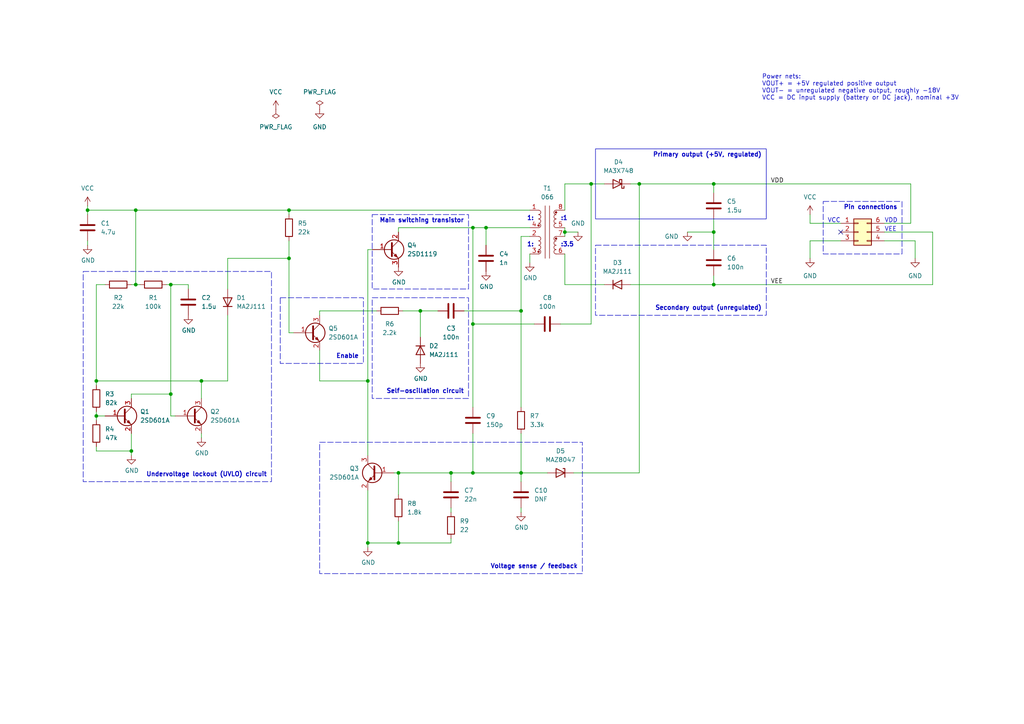
<source format=kicad_sch>
(kicad_sch (version 20230121) (generator eeschema)
  (paper "A4")
  (title_block (title "LSEP01088A1") (date "2022-05-30") (rev "A") (company "https://gekkio.fi") (comment 1 "https://github.com/gekkio/gb-schematics"))
  (lib_symbols
    (symbol "Connector_Generic:Conn_02x03_Counter_Clockwise" (pin_names (offset 1.016) hide)
      (property "Reference" "J" (at 1.27 5.08 0))
      (property "Value" "Conn_02x03_Counter_Clockwise" (at 1.27 -5.08 0))
      (symbol "Conn_02x03_Counter_Clockwise_1_1"
        (rectangle (start -1.27 -2.413) (end 0 -2.667) (stroke (width 0.1524)))
        (rectangle (start -1.27 0.127) (end 0 -0.127) (stroke (width 0.1524)))
        (rectangle (start -1.27 2.667) (end 0 2.413) (stroke (width 0.1524)))
        (rectangle (start -1.27 3.81) (end 3.81 -3.81) (stroke (width 0.254)) (fill (type background)))
        (rectangle (start 3.81 -2.413) (end 2.54 -2.667) (stroke (width 0.1524)))
        (rectangle (start 3.81 0.127) (end 2.54 -0.127) (stroke (width 0.1524)))
        (rectangle (start 3.81 2.667) (end 2.54 2.413) (stroke (width 0.1524)))
        (pin passive line (at -5.08 2.54 0) (length 3.81) (name "Pin_1") (number "1"))
        (pin passive line (at -5.08 0 0) (length 3.81) (name "Pin_2") (number "2"))
        (pin passive line (at -5.08 -2.54 0) (length 3.81) (name "Pin_3") (number "3"))
        (pin passive line (at 7.62 -2.54 180) (length 3.81) (name "Pin_4") (number "4"))
        (pin passive line (at 7.62 0 180) (length 3.81) (name "Pin_5") (number "5"))
        (pin passive line (at 7.62 2.54 180) (length 3.81) (name "Pin_6") (number "6"))
      )
    )
    (symbol "Device:C" (pin_numbers hide) (pin_names (offset 0.254))
      (property "Reference" "C" (at 0.635 2.54 0))
      (property "Value" "C" (at 0.635 -2.54 0))
      (symbol "C_0_1"
        (polyline (pts (xy -2.032 -0.762) (xy 2.032 -0.762)) (stroke (width 0.508)))
        (polyline (pts (xy -2.032 0.762) (xy 2.032 0.762)) (stroke (width 0.508)))
      )
      (symbol "C_1_1"
        (pin passive line (at 0 3.81 270) (length 2.794) (name "~") (number "1"))
        (pin passive line (at 0 -3.81 90) (length 2.794) (name "~") (number "2"))
      )
    )
    (symbol "Device:D" (pin_numbers hide) (pin_names (offset 1.016) hide)
      (property "Reference" "D" (at 0 2.54 0))
      (property "Value" "D" (at 0 -2.54 0))
      (symbol "D_0_1"
        (polyline (pts (xy -1.27 1.27) (xy -1.27 -1.27)) (stroke (width 0.254)))
        (polyline (pts (xy 1.27 0) (xy -1.27 0)))
        (polyline (pts (xy 1.27 1.27) (xy 1.27 -1.27) (xy -1.27 0) (xy 1.27 1.27)) (stroke (width 0.254)))
      )
      (symbol "D_1_1"
        (pin passive line (at -3.81 0 0) (length 2.54) (name "K") (number "1"))
        (pin passive line (at 3.81 0 180) (length 2.54) (name "A") (number "2"))
      )
    )
    (symbol "Device:D_Zener" (pin_numbers hide) (pin_names (offset 1.016) hide)
      (property "Reference" "D" (at 0 2.54 0))
      (property "Value" "D_Zener" (at 0 -2.54 0))
      (symbol "D_Zener_0_1"
        (polyline (pts (xy 1.27 0) (xy -1.27 0)))
        (polyline (pts (xy -1.27 -1.27) (xy -1.27 1.27) (xy -0.762 1.27)) (stroke (width 0.254)))
        (polyline (pts (xy 1.27 -1.27) (xy 1.27 1.27) (xy -1.27 0) (xy 1.27 -1.27)) (stroke (width 0.254)))
      )
      (symbol "D_Zener_1_1"
        (pin passive line (at -3.81 0 0) (length 2.54) (name "K") (number "1"))
        (pin passive line (at 3.81 0 180) (length 2.54) (name "A") (number "2"))
      )
    )
    (symbol "Device:Q_NPN_BCE" (pin_names (offset 0) hide)
      (property "Reference" "Q" (at 5.08 1.27 0))
      (property "Value" "Q_NPN_BCE" (at 5.08 -1.27 0))
      (symbol "Q_NPN_BCE_0_1"
        (polyline (pts (xy 0.635 0.635) (xy 2.54 2.54)))
        (polyline (pts (xy 0.635 -0.635) (xy 2.54 -2.54) (xy 2.54 -2.54)))
        (polyline (pts (xy 0.635 1.905) (xy 0.635 -1.905) (xy 0.635 -1.905)) (stroke (width 0.508)))
        (polyline (pts (xy 1.27 -1.778) (xy 1.778 -1.27) (xy 2.286 -2.286) (xy 1.27 -1.778) (xy 1.27 -1.778)) (fill (type outline)))
        (circle (center 1.27 0) (radius 2.8194) (stroke (width 0.254)))
      )
      (symbol "Q_NPN_BCE_1_1"
        (pin input line (at -5.08 0 0) (length 5.715) (name "B") (number "1"))
        (pin passive line (at 2.54 5.08 270) (length 2.54) (name "C") (number "2"))
        (pin passive line (at 2.54 -5.08 90) (length 2.54) (name "E") (number "3"))
      )
    )
    (symbol "Device:Q_NPN_BEC" (pin_names (offset 0) hide)
      (property "Reference" "Q" (at 5.08 1.27 0))
      (property "Value" "Q_NPN_BEC" (at 5.08 -1.27 0))
      (symbol "Q_NPN_BEC_0_1"
        (polyline (pts (xy 0.635 0.635) (xy 2.54 2.54)))
        (polyline (pts (xy 0.635 -0.635) (xy 2.54 -2.54) (xy 2.54 -2.54)))
        (polyline (pts (xy 0.635 1.905) (xy 0.635 -1.905) (xy 0.635 -1.905)) (stroke (width 0.508)))
        (polyline (pts (xy 1.27 -1.778) (xy 1.778 -1.27) (xy 2.286 -2.286) (xy 1.27 -1.778) (xy 1.27 -1.778)) (fill (type outline)))
        (circle (center 1.27 0) (radius 2.8194) (stroke (width 0.254)))
      )
      (symbol "Q_NPN_BEC_1_1"
        (pin input line (at -5.08 0 0) (length 5.715) (name "B") (number "1"))
        (pin passive line (at 2.54 -5.08 90) (length 2.54) (name "E") (number "2"))
        (pin passive line (at 2.54 5.08 270) (length 2.54) (name "C") (number "3"))
      )
    )
    (symbol "Device:R" (pin_numbers hide) (pin_names (offset 0))
      (property "Reference" "R" (at 2.032 0 90))
      (property "Value" "R" (at 0 0 90))
      (symbol "R_0_1"
        (rectangle (start -1.016 -2.54) (end 1.016 2.54) (stroke (width 0.254)))
      )
      (symbol "R_1_1"
        (pin passive line (at 0 3.81 270) (length 1.27) (name "~") (number "1"))
        (pin passive line (at 0 -3.81 90) (length 1.27) (name "~") (number "2"))
      )
    )
    (symbol "Gekkio_Diode:MA3X748" (pin_numbers hide) (pin_names (offset 1.016) hide)
      (property "Reference" "D" (at 0 2.54 0))
      (property "Value" "MA3X748" (at 0 -2.54 0))
      (symbol "MA3X748_0_1"
        (polyline (pts (xy 1.27 0) (xy -1.27 0)))
        (polyline (pts (xy 1.27 1.27) (xy 1.27 -1.27) (xy -1.27 0) (xy 1.27 1.27)) (stroke (width 0.254)))
        (polyline (pts (xy -1.905 0.635) (xy -1.905 1.27) (xy -1.27 1.27) (xy -1.27 -1.27) (xy -0.635 -1.27) (xy -0.635 -0.635)) (stroke (width 0.254)))
      )
      (symbol "MA3X748_1_1"
        (pin passive line (at 3.81 0 180) (length 2.54) (name "A") (number "1"))
        (pin no_connect line (at 3.81 2.54 180) (length 2.54) hide (name "NC") (number "2"))
        (pin passive line (at -3.81 0 0) (length 2.54) (name "K") (number "3"))
      )
    )
    (symbol "Gekkio_Transformer:GameBoy_Transformer_066"
      (property "Reference" "T" (at 0 8.89 0))
      (property "Value" "GameBoy_Transformer_066" (at 0 -8.89 0))
      (symbol "GameBoy_Transformer_066_0_1"
        (arc (start -2.54 -6.35) (mid -1.9077 -5.715) (end -2.54 -5.08))
        (circle (center -2.54 -5.715) (radius 0.254) (fill (type outline)))
        (arc (start -2.54 -5.08) (mid -1.9077 -4.445) (end -2.54 -3.81))
        (arc (start -2.54 -3.81) (mid -1.9077 -3.175) (end -2.54 -2.54))
        (arc (start -2.54 -2.54) (mid -1.9077 -1.905) (end -2.54 -1.27))
        (arc (start -2.54 1.27) (mid -1.9077 1.905) (end -2.54 2.54))
        (circle (center -2.54 1.905) (radius 0.254) (fill (type outline)))
        (arc (start -2.54 2.54) (mid -1.9077 3.175) (end -2.54 3.81))
        (arc (start -2.54 3.81) (mid -1.9077 4.445) (end -2.54 5.08))
        (arc (start -2.54 5.08) (mid -1.9077 5.715) (end -2.54 6.35))
        (polyline (pts (xy -0.635 7.62) (xy -0.635 -7.62)))
        (polyline (pts (xy 0.635 -7.62) (xy 0.635 7.62)))
        (arc (start 2.54 -5.08) (mid 1.9077 -5.715) (end 2.54 -6.35))
        (arc (start 2.54 -3.81) (mid 1.9077 -4.445) (end 2.54 -5.08))
        (arc (start 2.54 -2.54) (mid 1.9077 -3.175) (end 2.54 -3.81))
        (circle (center 2.54 -1.905) (radius 0.254) (fill (type outline)))
        (arc (start 2.54 -1.27) (mid 1.9077 -1.905) (end 2.54 -2.54))
        (arc (start 2.54 2.54) (mid 1.9077 1.905) (end 2.54 1.27))
        (arc (start 2.54 3.81) (mid 1.9077 3.175) (end 2.54 2.54))
        (arc (start 2.54 5.08) (mid 1.9077 4.445) (end 2.54 3.81))
        (circle (center 2.54 5.715) (radius 0.254) (fill (type outline)))
        (arc (start 2.54 6.35) (mid 1.9077 5.715) (end 2.54 5.08))
      )
      (symbol "GameBoy_Transformer_066_1_1"
        (pin passive line (at -5.08 6.35 0) (length 2.54) (name "~") (number "1"))
        (pin passive line (at -5.08 -1.27 0) (length 2.54) (name "~") (number "2"))
        (pin passive line (at -5.08 -6.35 0) (length 2.54) (name "~") (number "3"))
        (pin passive line (at -5.08 1.27 0) (length 2.54) (name "~") (number "4"))
        (pin passive line (at 5.08 1.27 180) (length 2.54) (name "~") (number "5"))
        (pin passive line (at 5.08 -6.35 180) (length 2.54) (name "~") (number "6"))
        (pin passive line (at 5.08 -1.27 180) (length 2.54) (name "~") (number "7"))
        (pin passive line (at 5.08 6.35 180) (length 2.54) (name "~") (number "8"))
      )
    )
    (symbol "power:GND" (power) (pin_names (offset 0))
      (property "Value" "GND" (at 0 -3.81 0))
      (symbol "GND_0_1"
        (polyline (pts (xy 0 0) (xy 0 -1.27) (xy 1.27 -1.27) (xy 0 -2.54) (xy -1.27 -1.27) (xy 0 -1.27)))
      )
      (symbol "GND_1_1"
        (pin power_in line (at 0 0 270) (length 0) hide (name "GND") (number "1"))
      )
    )
    (symbol "power:PWR_FLAG" (power) (pin_numbers hide) (pin_names (offset 0) hide)
      (property "Value" "PWR_FLAG" (at 0 3.81 0))
      (symbol "PWR_FLAG_0_0"
        (pin power_out line (at 0 0 90) (length 0) (name "pwr") (number "1"))
      )
      (symbol "PWR_FLAG_0_1"
        (polyline (pts (xy 0 0) (xy 0 1.27) (xy -1.016 1.905) (xy 0 2.54) (xy 1.016 1.905) (xy 0 1.27)))
      )
    )
    (symbol "power:VCC" (power) (pin_names (offset 0))
      (property "Value" "VCC" (at 0 3.81 0))
      (symbol "VCC_0_1"
        (polyline (pts (xy -0.762 1.27) (xy 0 2.54)))
        (polyline (pts (xy 0 0) (xy 0 2.54)))
        (polyline (pts (xy 0 2.54) (xy 0.762 1.27)))
      )
      (symbol "VCC_1_1"
        (pin power_in line (at 0 0 90) (length 0) hide (name "VCC") (number "1"))
      )
    )
  )
  (junction (at 207.01 82.55))
  (junction (at 185.42 53.34))
  (junction (at 49.53 82.55))
  (junction (at 27.94 120.65))
  (junction (at 207.01 53.34))
  (junction (at 137.16 66.04))
  (junction (at 83.82 60.96))
  (junction (at 106.68 157.48))
  (junction (at 39.37 60.96))
  (junction (at 137.16 93.98))
  (junction (at 83.82 74.93))
  (junction (at 151.13 137.16))
  (junction (at 38.1 130.81))
  (junction (at 27.94 110.49))
  (junction (at 106.68 110.49))
  (junction (at 25.4 60.96))
  (junction (at 121.92 90.17))
  (junction (at 171.45 53.34))
  (junction (at 130.81 137.16))
  (junction (at 58.42 110.49))
  (junction (at 207.01 67.31))
  (junction (at 115.57 137.16))
  (junction (at 115.57 157.48))
  (junction (at 163.83 67.31))
  (junction (at 140.97 66.04))
  (junction (at 39.37 82.55))
  (junction (at 137.16 137.16))
  (junction (at 151.13 90.17))
  (junction (at 49.53 114.3))
  (no_connect (at 243.84 67.31))
  (wire (pts (xy 25.4 60.96) (xy 39.37 60.96)))
  (wire (pts (xy 185.42 53.34) (xy 207.01 53.34)))
  (wire (pts (xy 207.01 53.34) (xy 264.16 53.34)))
  (wire (pts (xy 83.82 74.93) (xy 83.82 96.52)))
  (wire (pts (xy 27.94 130.81) (xy 38.1 130.81)))
  (wire (pts (xy 130.81 137.16) (xy 130.81 139.7)))
  (wire (pts (xy 151.13 68.58) (xy 151.13 90.17)))
  (wire (pts (xy 270.51 67.31) (xy 270.51 82.55)))
  (wire (pts (xy 115.57 151.13) (xy 115.57 157.48)))
  (wire (pts (xy 106.68 157.48) (xy 106.68 158.75)))
  (wire (pts (xy 151.13 147.32) (xy 151.13 148.59)))
  (wire (pts (xy 207.01 67.31) (xy 199.39 67.31)))
  (wire (pts (xy 207.01 67.31) (xy 207.01 72.39)))
  (wire (pts (xy 163.83 53.34) (xy 171.45 53.34)))
  (wire (pts (xy 106.68 110.49) (xy 106.68 132.08)))
  (wire (pts (xy 49.53 114.3) (xy 38.1 114.3)))
  (wire (pts (xy 134.62 90.17) (xy 151.13 90.17)))
  (wire (pts (xy 38.1 82.55) (xy 39.37 82.55)))
  (wire (pts (xy 207.01 53.34) (xy 207.01 55.88)))
  (wire (pts (xy 171.45 53.34) (xy 175.26 53.34)))
  (wire (pts (xy 39.37 60.96) (xy 39.37 82.55)))
  (wire (pts (xy 182.88 53.34) (xy 185.42 53.34)))
  (wire (pts (xy 140.97 66.04) (xy 140.97 71.12)))
  (wire (pts (xy 27.94 110.49) (xy 27.94 111.76)))
  (wire (pts (xy 130.81 147.32) (xy 130.81 148.59)))
  (wire (pts (xy 163.83 73.66) (xy 163.83 82.55)))
  (wire (pts (xy 137.16 93.98) (xy 154.94 93.98)))
  (wire (pts (xy 243.84 64.77) (xy 234.95 64.77)))
  (wire (pts (xy 207.01 82.55) (xy 270.51 82.55)))
  (wire (pts (xy 207.01 63.5) (xy 207.01 67.31)))
  (wire (pts (xy 27.94 119.38) (xy 27.94 120.65)))
  (wire (pts (xy 27.94 121.92) (xy 27.94 120.65)))
  (wire (pts (xy 151.13 137.16) (xy 151.13 139.7)))
  (wire (pts (xy 92.71 101.6) (xy 92.71 110.49)))
  (wire (pts (xy 163.83 67.31) (xy 163.83 68.58)))
  (wire (pts (xy 66.04 110.49) (xy 66.04 91.44)))
  (wire (pts (xy 58.42 115.57) (xy 58.42 110.49)))
  (wire (pts (xy 137.16 137.16) (xy 151.13 137.16)))
  (wire (pts (xy 115.57 66.04) (xy 115.57 67.31)))
  (wire (pts (xy 115.57 143.51) (xy 115.57 137.16)))
  (wire (pts (xy 92.71 90.17) (xy 92.71 91.44)))
  (wire (pts (xy 137.16 137.16) (xy 130.81 137.16)))
  (wire (pts (xy 49.53 114.3) (xy 49.53 120.65)))
  (wire (pts (xy 54.61 82.55) (xy 54.61 83.82)))
  (wire (pts (xy 39.37 60.96) (xy 83.82 60.96)))
  (wire (pts (xy 106.68 72.39) (xy 106.68 110.49)))
  (wire (pts (xy 163.83 60.96) (xy 163.83 53.34)))
  (wire (pts (xy 58.42 125.73) (xy 58.42 127)))
  (wire (pts (xy 243.84 69.85) (xy 234.95 69.85)))
  (wire (pts (xy 121.92 90.17) (xy 121.92 97.79)))
  (wire (pts (xy 92.71 110.49) (xy 106.68 110.49)))
  (wire (pts (xy 58.42 110.49) (xy 27.94 110.49)))
  (wire (pts (xy 38.1 130.81) (xy 38.1 132.08)))
  (wire (pts (xy 27.94 120.65) (xy 30.48 120.65)))
  (wire (pts (xy 115.57 66.04) (xy 137.16 66.04)))
  (wire (pts (xy 27.94 82.55) (xy 27.94 110.49)))
  (wire (pts (xy 151.13 137.16) (xy 158.75 137.16)))
  (wire (pts (xy 25.4 69.85) (xy 25.4 71.12)))
  (wire (pts (xy 66.04 74.93) (xy 83.82 74.93)))
  (wire (pts (xy 137.16 93.98) (xy 137.16 118.11)))
  (wire (pts (xy 270.51 67.31) (xy 256.54 67.31)))
  (wire (pts (xy 106.68 157.48) (xy 115.57 157.48)))
  (wire (pts (xy 49.53 82.55) (xy 54.61 82.55)))
  (wire (pts (xy 163.83 67.31) (xy 167.64 67.31)))
  (wire (pts (xy 25.4 60.96) (xy 25.4 62.23)))
  (wire (pts (xy 115.57 157.48) (xy 130.81 157.48)))
  (wire (pts (xy 207.01 82.55) (xy 207.01 80.01)))
  (wire (pts (xy 256.54 64.77) (xy 264.16 64.77)))
  (wire (pts (xy 38.1 125.73) (xy 38.1 130.81)))
  (wire (pts (xy 107.95 72.39) (xy 106.68 72.39)))
  (wire (pts (xy 163.83 66.04) (xy 163.83 67.31)))
  (wire (pts (xy 83.82 96.52) (xy 85.09 96.52)))
  (wire (pts (xy 256.54 69.85) (xy 265.43 69.85)))
  (wire (pts (xy 185.42 53.34) (xy 185.42 137.16)))
  (wire (pts (xy 234.95 69.85) (xy 234.95 74.93)))
  (wire (pts (xy 116.84 90.17) (xy 121.92 90.17)))
  (wire (pts (xy 151.13 125.73) (xy 151.13 137.16)))
  (wire (pts (xy 234.95 64.77) (xy 234.95 62.23)))
  (wire (pts (xy 83.82 60.96) (xy 83.82 62.23)))
  (wire (pts (xy 171.45 93.98) (xy 162.56 93.98)))
  (wire (pts (xy 115.57 137.16) (xy 130.81 137.16)))
  (wire (pts (xy 83.82 60.96) (xy 153.67 60.96)))
  (wire (pts (xy 48.26 82.55) (xy 49.53 82.55)))
  (wire (pts (xy 166.37 137.16) (xy 185.42 137.16)))
  (wire (pts (xy 49.53 82.55) (xy 49.53 114.3)))
  (wire (pts (xy 114.3 137.16) (xy 115.57 137.16)))
  (wire (pts (xy 66.04 83.82) (xy 66.04 74.93)))
  (wire (pts (xy 27.94 82.55) (xy 30.48 82.55)))
  (wire (pts (xy 121.92 90.17) (xy 127 90.17)))
  (wire (pts (xy 137.16 66.04) (xy 140.97 66.04)))
  (wire (pts (xy 265.43 69.85) (xy 265.43 74.93)))
  (wire (pts (xy 25.4 59.69) (xy 25.4 60.96)))
  (wire (pts (xy 137.16 125.73) (xy 137.16 137.16)))
  (wire (pts (xy 39.37 82.55) (xy 40.64 82.55)))
  (wire (pts (xy 151.13 68.58) (xy 153.67 68.58)))
  (wire (pts (xy 106.68 142.24) (xy 106.68 157.48)))
  (wire (pts (xy 49.53 120.65) (xy 50.8 120.65)))
  (wire (pts (xy 140.97 66.04) (xy 153.67 66.04)))
  (wire (pts (xy 151.13 90.17) (xy 151.13 118.11)))
  (wire (pts (xy 27.94 130.81) (xy 27.94 129.54)))
  (wire (pts (xy 182.88 82.55) (xy 207.01 82.55)))
  (wire (pts (xy 163.83 82.55) (xy 175.26 82.55)))
  (wire (pts (xy 264.16 64.77) (xy 264.16 53.34)))
  (wire (pts (xy 137.16 66.04) (xy 137.16 93.98)))
  (wire (pts (xy 130.81 156.21) (xy 130.81 157.48)))
  (wire (pts (xy 83.82 69.85) (xy 83.82 74.93)))
  (wire (pts (xy 38.1 114.3) (xy 38.1 115.57)))
  (wire (pts (xy 171.45 53.34) (xy 171.45 93.98)))
  (wire (pts (xy 153.67 73.66) (xy 153.67 76.2)))
  (wire (pts (xy 92.71 90.17) (xy 109.22 90.17)))
  (wire (pts (xy 58.42 110.49) (xy 66.04 110.49)))
  (rectangle (start 92.71 128.27) (end 168.91 166.37) (stroke (width 0) (type dash)))
  (rectangle (start 107.95 86.36) (end 135.89 115.57) (stroke (width 0) (type dash)))
  (rectangle (start 107.95 62.23) (end 135.89 83.82) (stroke (width 0) (type dash)))
  (rectangle (start 238.76 58.42) (end 261.62 73.66) (stroke (width 0) (type dash)))
  (rectangle (start 24.13 78.74) (end 78.74 139.7) (stroke (width 0) (type dash)))
  (rectangle (start 172.72 43.18) (end 222.25 63.5))
  (rectangle (start 81.28 86.36) (end 105.41 105.41) (stroke (width 0) (type dash)))
  (rectangle (start 172.72 71.12) (end 222.25 91.44) (stroke (width 0) (type dash)))
  (text ":3.5" (at 162.56 71.755 0) (effects (font (size 1.27 1.27) (thickness 0.254) bold) (justify left bottom)))
  (text "1:" (at 154.94 64.135 0) (effects (font (size 1.27 1.27) (thickness 0.254) bold) (justify right bottom)))
  (text ":1" (at 162.56 64.135 0) (effects (font (size 1.27 1.27) (thickness 0.254) bold) (justify left bottom)))
  (text "1:" (at 154.94 71.755 0) (effects (font (size 1.27 1.27) (thickness 0.254) bold) (justify right bottom)))
  (text "Pin connections" (at 260.35 60.96 0) (effects (font (size 1.27 1.27) (thickness 0.254) bold) (justify right bottom)))
  (text "Self-oscillation circuit" (at 134.62 114.3 0) (effects (font (size 1.27 1.27) (thickness 0.254) bold) (justify right bottom)))
  (text "VEE" (at 256.54 67.31 0) (effects (font (size 1.27 1.27)) (justify left bottom)))
  (text "Power nets:\nVOUT+ = +5V regulated positive output\nVOUT- = unregulated negative output, roughly -18V\nVCC = DC input supply (battery or DC jack), nominal +3V" (at 220.98 29.21 0) (effects (font (size 1.27 1.27)) (justify left bottom)))
  (text "Enable" (at 104.14 104.14 0) (effects (font (size 1.27 1.27) (thickness 0.254) bold) (justify right bottom)))
  (text "Main switching transistor" (at 134.62 64.77 0) (effects (font (size 1.27 1.27) (thickness 0.254) bold) (justify right bottom)))
  (text "Undervoltage lockout (UVLO) circuit" (at 77.47 138.43 0) (effects (font (size 1.27 1.27) (thickness 0.254) bold) (justify right bottom)))
  (text "Secondary output (unregulated)\n" (at 220.98 90.17 0) (effects (font (size 1.27 1.27) (thickness 0.254) bold) (justify right bottom)))
  (text "Voltage sense / feedback" (at 167.64 165.1 0) (effects (font (size 1.27 1.27) bold) (justify right bottom)))
  (text "Primary output (+5V, regulated)" (at 220.98 45.72 0) (effects (font (size 1.27 1.27) (thickness 0.254) bold) (justify right bottom)))
  (text "VDD" (at 256.54 64.77 0) (effects (font (size 1.27 1.27)) (justify left bottom)))
  (text "VCC" (at 243.84 64.77 0) (effects (font (size 1.27 1.27)) (justify right bottom)))
  (label "VDD" (at 223.52 53.34 0))
  (label "VEE" (at 223.52 82.55 0))
  (symbol (lib_id "power:VCC") (at 25.4 59.69 0) (unit 1)
    (property "Reference" "#PWR0101" (effects hide))
    (property "Value" "VCC" (at 25.4 54.61 0))
  )
  (symbol (lib_id "power:GND") (at 115.57 77.47 0) (unit 1)
    (property "Reference" "#PWR0102" (effects hide))
    (property "Value" "GND" (at 115.697 81.8642 0))
  )
  (symbol (lib_id "power:GND") (at 25.4 71.12 0) (unit 1)
    (property "Reference" "#PWR0104" (effects hide))
    (property "Value" "GND" (at 25.527 75.5142 0))
  )
  (symbol (lib_id "power:GND") (at 199.39 67.31 0) (unit 1)
    (property "Reference" "#PWR0106" (effects hide))
    (property "Value" "GND" (at 196.85 68.5799 0) (effects (justify right)))
  )
  (symbol (lib_id "power:GND") (at 106.68 158.75 0) (unit 1)
    (property "Reference" "#PWR0107" (effects hide))
    (property "Value" "GND" (at 106.807 163.1442 0))
  )
  (symbol (lib_id "power:VCC") (at 234.95 62.23 0) (unit 1)
    (property "Reference" "#PWR0108" (effects hide))
    (property "Value" "VCC" (at 234.95 57.15 0))
  )
  (symbol (lib_id "power:GND") (at 234.95 74.93 0) (unit 1)
    (property "Reference" "#PWR0109" (effects hide))
    (property "Value" "GND" (at 234.95 80.01 0))
  )
  (symbol (lib_id "power:PWR_FLAG") (at 80.01 31.75 180) (unit 1)
    (property "Reference" "#FLG0101" (effects hide))
    (property "Value" "PWR_FLAG" (at 80.01 36.83 0))
  )
  (symbol (lib_id "power:VCC") (at 80.01 31.75 0) (unit 1)
    (property "Reference" "#PWR0110" (effects hide))
    (property "Value" "VCC" (at 80.01 26.67 0))
  )
  (symbol (lib_id "power:PWR_FLAG") (at 92.71 31.75 0) (unit 1)
    (property "Reference" "#FLG0102" (effects hide))
    (property "Value" "PWR_FLAG" (at 92.71 26.67 0))
  )
  (symbol (lib_id "power:GND") (at 92.71 31.75 0) (unit 1)
    (property "Reference" "#PWR0111" (effects hide))
    (property "Value" "GND" (at 92.71 36.83 0))
  )
  (symbol (lib_id "Device:C") (at 140.97 74.93 0) (unit 1)
    (property "Reference" "C4" (at 144.78 73.6599 0) (effects (justify left)))
    (property "Value" "1n" (at 144.78 76.1999 0) (effects (justify left)))
  )
  (symbol (lib_id "Device:Q_NPN_BEC") (at 109.22 137.16 0) (mirror y) (unit 1)
    (property "Reference" "Q3" (at 104.14 135.8899 0) (effects (justify left)))
    (property "Value" "2SD601A" (at 104.14 138.4299 0) (effects (justify left)))
  )
  (symbol (lib_id "Device:D") (at 179.07 82.55 0) (unit 1)
    (property "Reference" "D3" (at 179.07 76.2 0))
    (property "Value" "MA2J111" (at 179.07 78.74 0))
    (property "Sim.Device" "D" (effects hide))
    (property "Sim.Pins" "1=K 2=A" (effects hide))
  )
  (symbol (lib_id "Device:C") (at 137.16 121.92 180) (unit 1)
    (property "Reference" "C9" (at 140.97 120.6499 0) (effects (justify right)))
    (property "Value" "150p" (at 140.97 123.1899 0) (effects (justify right)))
  )
  (symbol (lib_id "Device:C") (at 207.01 76.2 0) (unit 1)
    (property "Reference" "C6" (at 210.82 74.9299 0) (effects (justify left)))
    (property "Value" "100n" (at 210.82 77.4699 0) (effects (justify left)))
  )
  (symbol (lib_id "Device:R") (at 115.57 147.32 0) (unit 1)
    (property "Reference" "R8" (at 118.11 146.0499 0) (effects (justify left)))
    (property "Value" "1.8k" (at 118.11 148.5899 0) (effects (justify left)))
  )
  (symbol (lib_id "power:GND") (at 58.42 127 0) (unit 1)
    (property "Reference" "#PWR0115" (effects hide))
    (property "Value" "GND" (at 58.547 131.3942 0))
  )
  (symbol (lib_id "power:GND") (at 167.64 67.31 0) (unit 1)
    (property "Reference" "#PWR0116" (effects hide))
    (property "Value" "GND" (at 167.64 64.77 0))
  )
  (symbol (lib_id "Device:R") (at 27.94 125.73 0) (unit 1)
    (property "Reference" "R4" (at 30.48 124.4599 0) (effects (justify left)))
    (property "Value" "47k" (at 30.48 126.9999 0) (effects (justify left)))
  )
  (symbol (lib_id "Gekkio_Diode:MA3X748") (at 179.07 53.34 180) (unit 1)
    (property "Reference" "D4" (at 179.3875 46.99 0))
    (property "Value" "MA3X748" (at 179.3875 49.53 0))
    (property "Footprint" "Package_TO_SOT_SMD:SOT-23" (effects hide))
    (property "Datasheet" "https://industrial.panasonic.com/content/data/SC/ds/ds4/MA3X748_E_discon.pdf" (effects hide))
  )
  (symbol (lib_id "Device:C") (at 54.61 87.63 180) (unit 1)
    (property "Reference" "C2" (at 58.42 86.3599 0) (effects (justify right)))
    (property "Value" "1.5u" (at 58.42 88.8999 0) (effects (justify right)))
  )
  (symbol (lib_id "power:GND") (at 153.67 76.2 0) (unit 1)
    (property "Reference" "#PWR0103" (effects hide))
    (property "Value" "GND" (at 153.797 80.5942 0))
  )
  (symbol (lib_id "Device:R") (at 130.81 152.4 180) (unit 1)
    (property "Reference" "R9" (at 133.35 151.1299 0) (effects (justify right)))
    (property "Value" "22" (at 133.35 153.6699 0) (effects (justify right)))
  )
  (symbol (lib_id "power:GND") (at 38.1 132.08 0) (unit 1)
    (property "Reference" "#PWR0114" (effects hide))
    (property "Value" "GND" (at 38.227 136.4742 0))
  )
  (symbol (lib_id "Device:C") (at 151.13 143.51 0) (unit 1)
    (property "Reference" "C10" (at 154.94 142.2399 0) (effects (justify left)))
    (property "Value" "DNF" (at 154.94 144.7799 0) (effects (justify left)))
  )
  (symbol (lib_id "Device:Q_NPN_BCE") (at 113.03 72.39 0) (unit 1)
    (property "Reference" "Q4" (at 118.11 71.1199 0) (effects (justify left)))
    (property "Value" "2SD1119" (at 118.11 73.6599 0) (effects (justify left)))
  )
  (symbol (lib_id "Device:C") (at 130.81 90.17 90) (unit 1)
    (property "Reference" "C3" (at 130.81 95.25 90))
    (property "Value" "100n" (at 130.81 97.79 90))
  )
  (symbol (lib_id "Device:R") (at 44.45 82.55 270) (unit 1)
    (property "Reference" "R1" (at 44.45 86.36 90))
    (property "Value" "100k" (at 44.45 88.9 90))
  )
  (symbol (lib_id "power:GND") (at 121.92 105.41 0) (unit 1)
    (property "Reference" "#PWR0117" (effects hide))
    (property "Value" "GND" (at 122.047 109.8042 0))
  )
  (symbol (lib_id "Device:Q_NPN_BEC") (at 90.17 96.52 0) (unit 1)
    (property "Reference" "Q5" (at 95.25 95.2499 0) (effects (justify left)))
    (property "Value" "2SD601A" (at 95.25 97.7899 0) (effects (justify left)))
  )
  (symbol (lib_id "Device:R") (at 113.03 90.17 90) (unit 1)
    (property "Reference" "R6" (at 113.03 93.98 90))
    (property "Value" "2.2k" (at 113.03 96.52 90))
  )
  (symbol (lib_id "Device:C") (at 207.01 59.69 0) (unit 1)
    (property "Reference" "C5" (at 210.82 58.4199 0) (effects (justify left)))
    (property "Value" "1.5u" (at 210.82 60.9599 0) (effects (justify left)))
  )
  (symbol (lib_id "Device:R") (at 27.94 115.57 0) (unit 1)
    (property "Reference" "R3" (at 30.48 114.2999 0) (effects (justify left)))
    (property "Value" "82k" (at 30.48 116.8399 0) (effects (justify left)))
  )
  (symbol (lib_id "Device:R") (at 151.13 121.92 0) (unit 1)
    (property "Reference" "R7" (at 153.67 120.6499 0) (effects (justify left)))
    (property "Value" "3.3k" (at 153.67 123.1899 0) (effects (justify left)))
  )
  (symbol (lib_id "Device:D_Zener") (at 162.56 137.16 0) (mirror y) (unit 1)
    (property "Reference" "D5" (at 162.56 130.81 0))
    (property "Value" "MAZ8047" (at 162.56 133.35 0))
  )
  (symbol (lib_id "power:GND") (at 151.13 148.59 0) (unit 1)
    (property "Reference" "#PWR0105" (effects hide))
    (property "Value" "GND" (at 151.257 152.9842 0))
  )
  (symbol (lib_id "Device:D") (at 121.92 101.6 270) (unit 1)
    (property "Reference" "D2" (at 124.46 100.3299 90) (effects (justify left)))
    (property "Value" "MA2J111" (at 124.46 102.8699 90) (effects (justify left)))
    (property "Sim.Device" "D" (effects hide))
    (property "Sim.Pins" "1=K 2=A" (effects hide))
  )
  (symbol (lib_id "Device:C") (at 130.81 143.51 180) (unit 1)
    (property "Reference" "C7" (at 134.62 142.2399 0) (effects (justify right)))
    (property "Value" "22n" (at 134.62 144.7799 0) (effects (justify right)))
  )
  (symbol (lib_id "Device:D") (at 66.04 87.63 90) (unit 1)
    (property "Reference" "D1" (at 68.58 86.3599 90) (effects (justify right)))
    (property "Value" "MA2J111" (at 68.58 88.8999 90) (effects (justify right)))
    (property "Sim.Device" "D" (effects hide))
    (property "Sim.Pins" "1=K 2=A" (effects hide))
  )
  (symbol (lib_id "power:GND") (at 54.61 91.44 0) (unit 1)
    (property "Reference" "#PWR0113" (effects hide))
    (property "Value" "GND" (at 54.737 95.8342 0))
  )
  (symbol (lib_id "Device:Q_NPN_BEC") (at 35.56 120.65 0) (unit 1)
    (property "Reference" "Q1" (at 40.64 119.3799 0) (effects (justify left)))
    (property "Value" "2SD601A" (at 40.64 121.9199 0) (effects (justify left)))
  )
  (symbol (lib_id "Device:R") (at 34.29 82.55 90) (unit 1)
    (property "Reference" "R2" (at 34.29 86.36 90))
    (property "Value" "22k" (at 34.29 88.9 90))
  )
  (symbol (lib_id "Device:C") (at 25.4 66.04 0) (unit 1)
    (property "Reference" "C1" (at 29.21 64.7699 0) (effects (justify left)))
    (property "Value" "4.7u" (at 29.21 67.3099 0) (effects (justify left)))
  )
  (symbol (lib_id "Connector_Generic:Conn_02x03_Counter_Clockwise") (at 248.92 67.31 0) (unit 1)
    (property "Reference" "J1" (effects hide))
    (property "Value" "Conn_02x03_Counter_Clockwise" (effects hide))
  )
  (symbol (lib_id "Gekkio_Transformer:GameBoy_Transformer_066") (at 158.75 67.31 0) (unit 1)
    (property "Reference" "T1" (at 158.75 54.61 0))
    (property "Value" "066" (at 158.75 57.15 0))
  )
  (symbol (lib_id "power:GND") (at 140.97 78.74 0) (unit 1)
    (property "Reference" "#PWR0118" (effects hide))
    (property "Value" "GND" (at 141.097 83.1342 0))
  )
  (symbol (lib_id "Device:C") (at 158.75 93.98 90) (unit 1)
    (property "Reference" "C8" (at 158.75 86.36 90))
    (property "Value" "100n" (at 158.75 88.9 90))
  )
  (symbol (lib_id "Device:R") (at 83.82 66.04 0) (unit 1)
    (property "Reference" "R5" (at 86.36 64.7699 0) (effects (justify left)))
    (property "Value" "22k" (at 86.36 67.3099 0) (effects (justify left)))
  )
  (symbol (lib_id "Device:Q_NPN_BEC") (at 55.88 120.65 0) (unit 1)
    (property "Reference" "Q2" (at 60.96 119.3799 0) (effects (justify left)))
    (property "Value" "2SD601A" (at 60.96 121.9199 0) (effects (justify left)))
  )
  (symbol (lib_id "power:GND") (at 265.43 74.93 0) (unit 1)
    (property "Reference" "#PWR0112" (effects hide))
    (property "Value" "GND" (at 265.43 80.01 0))
  )
)
</source>
